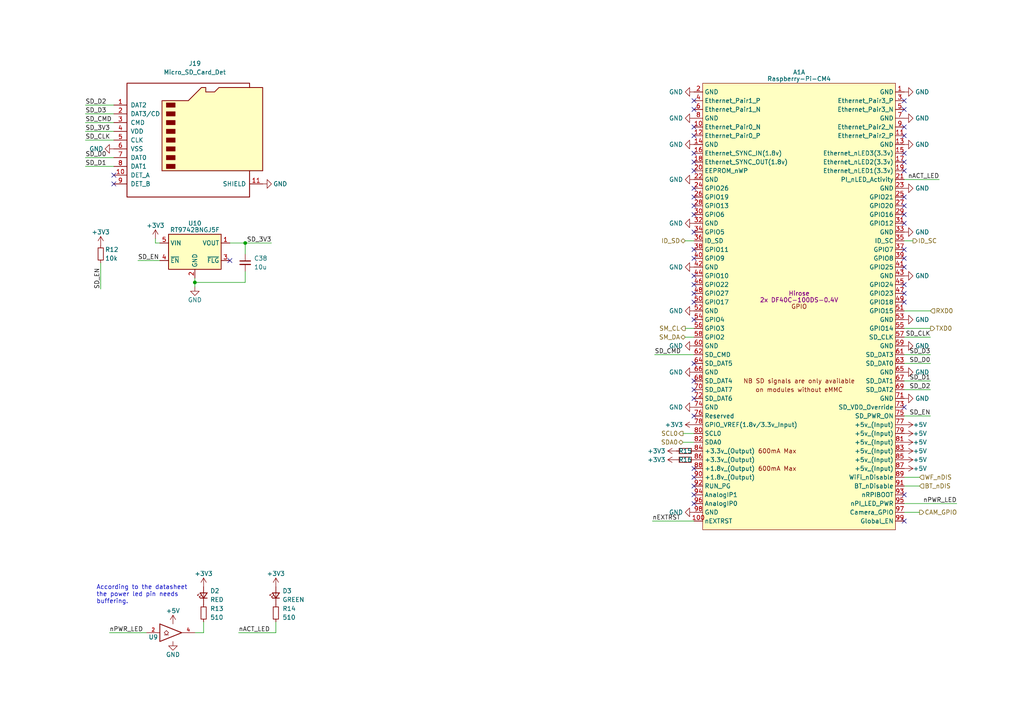
<source format=kicad_sch>
(kicad_sch (version 20211123) (generator eeschema)
  (paper "A4")
  (lib_symbols
    (symbol "74xGxx:74LVC1G07" (pin_names (offset 1.016))
      (property "Reference" "U" (at -2.54 3.81 0))
      (property "Value" "74LVC1G07" (at 0 -3.81 0))
      (symbol "74LVC1G07_0_1"
        (polyline (pts (xy -2.54 -0.635) (xy -1.27 -0.635)))
        (polyline (pts (xy -3.81 2.54) (xy -3.81 -2.54) (xy 2.54 0) (xy -3.81 2.54)) (stroke (width 0.254)))
        (polyline (pts (xy -1.905 0.635) (xy -2.54 0) (xy -1.905 -0.635) (xy -1.27 0) (xy -1.905 0.635)))
      )
      (symbol "74LVC1G07_1_1"
        (pin input line (at -7.62 0 0) (length 3.81) (name "~") (number "2"))
        (pin power_in line (at 0 -2.54 270) (length 0) hide (name "GND") (number "3"))
        (pin open_collector line (at 6.35 0 180) (length 3.81) (name "~") (number "4"))
        (pin power_in line (at 0 2.54 90) (length 0) hide (name "VCC") (number "5"))
      )
    )
    (symbol "Connector:Micro_SD_Card_Det" (pin_names (offset 1.016))
      (property "Reference" "J" (at -16.51 17.78 0))
      (property "Value" "Micro_SD_Card_Det" (at 16.51 17.78 0))
      (symbol "Micro_SD_Card_Det_0_1"
        (rectangle (start -7.62 -6.985) (end -5.08 -8.255) (fill (type outline)))
        (rectangle (start -7.62 -4.445) (end -5.08 -5.715) (fill (type outline)))
        (rectangle (start -7.62 -1.905) (end -5.08 -3.175) (fill (type outline)))
        (rectangle (start -7.62 0.635) (end -5.08 -0.635) (fill (type outline)))
        (rectangle (start -7.62 3.175) (end -5.08 1.905) (fill (type outline)))
        (rectangle (start -7.62 5.715) (end -5.08 4.445) (fill (type outline)))
        (rectangle (start -7.62 8.255) (end -5.08 6.985) (fill (type outline)))
        (rectangle (start -7.62 10.795) (end -5.08 9.525) (fill (type outline)))
        (polyline (pts (xy 16.51 15.24) (xy 16.51 16.51) (xy -19.05 16.51) (xy -19.05 -16.51) (xy 16.51 -16.51) (xy 16.51 -8.89)) (stroke (width 0.254)))
        (polyline (pts (xy -8.89 -8.89) (xy -8.89 11.43) (xy -1.27 11.43) (xy 2.54 15.24) (xy 3.81 15.24) (xy 3.81 13.97) (xy 6.35 13.97) (xy 7.62 15.24) (xy 20.32 15.24) (xy 20.32 -8.89) (xy -8.89 -8.89)) (stroke (width 0.254)) (fill (type background)))
      )
      (symbol "Micro_SD_Card_Det_1_1"
        (pin bidirectional line (at -22.86 10.16 0) (length 3.81) (name "DAT2") (number "1"))
        (pin passive line (at -22.86 -10.16 0) (length 3.81) (name "DET_A") (number "10"))
        (pin passive line (at 20.32 -12.7 180) (length 3.81) (name "SHIELD") (number "11"))
        (pin bidirectional line (at -22.86 7.62 0) (length 3.81) (name "DAT3/CD") (number "2"))
        (pin input line (at -22.86 5.08 0) (length 3.81) (name "CMD") (number "3"))
        (pin power_in line (at -22.86 2.54 0) (length 3.81) (name "VDD") (number "4"))
        (pin input line (at -22.86 0 0) (length 3.81) (name "CLK") (number "5"))
        (pin power_in line (at -22.86 -2.54 0) (length 3.81) (name "VSS") (number "6"))
        (pin bidirectional line (at -22.86 -5.08 0) (length 3.81) (name "DAT0") (number "7"))
        (pin bidirectional line (at -22.86 -7.62 0) (length 3.81) (name "DAT1") (number "8"))
        (pin passive line (at -22.86 -12.7 0) (length 3.81) (name "DET_B") (number "9"))
      )
    )
    (symbol "Device:C_Small" (pin_numbers hide) (pin_names (offset 0.254) hide)
      (property "Reference" "C" (at 0.254 1.778 0))
      (property "Value" "C_Small" (at 0.254 -2.032 0))
      (symbol "C_Small_0_1"
        (polyline (pts (xy -1.524 -0.508) (xy 1.524 -0.508)) (stroke (width 0.3302)))
        (polyline (pts (xy -1.524 0.508) (xy 1.524 0.508)) (stroke (width 0.3048)))
      )
      (symbol "C_Small_1_1"
        (pin passive line (at 0 2.54 270) (length 2.032) (name "~") (number "1"))
        (pin passive line (at 0 -2.54 90) (length 2.032) (name "~") (number "2"))
      )
    )
    (symbol "Device:LED_Small" (pin_numbers hide) (pin_names (offset 0.254) hide)
      (property "Reference" "D" (at -1.27 3.175 0))
      (property "Value" "LED_Small" (at -4.445 -2.54 0))
      (symbol "LED_Small_0_1"
        (polyline (pts (xy -0.762 -1.016) (xy -0.762 1.016)) (stroke (width 0.254)))
        (polyline (pts (xy 1.016 0) (xy -0.762 0)))
        (polyline (pts (xy 0.762 -1.016) (xy -0.762 0) (xy 0.762 1.016) (xy 0.762 -1.016)) (stroke (width 0.254)))
        (polyline (pts (xy 0 0.762) (xy -0.508 1.27) (xy -0.254 1.27) (xy -0.508 1.27) (xy -0.508 1.016)))
        (polyline (pts (xy 0.508 1.27) (xy 0 1.778) (xy 0.254 1.778) (xy 0 1.778) (xy 0 1.524)))
      )
      (symbol "LED_Small_1_1"
        (pin passive line (at -2.54 0 0) (length 1.778) (name "K") (number "1"))
        (pin passive line (at 2.54 0 180) (length 1.778) (name "A") (number "2"))
      )
    )
    (symbol "Device:R_Small" (pin_numbers hide) (pin_names (offset 0.254) hide)
      (property "Reference" "R" (at 0.762 0.508 0))
      (property "Value" "R_Small" (at 0.762 -1.016 0))
      (symbol "R_Small_0_1"
        (rectangle (start -0.762 1.778) (end 0.762 -1.778) (stroke (width 0.2032)))
      )
      (symbol "R_Small_1_1"
        (pin passive line (at 0 2.54 270) (length 0.762) (name "~") (number "1"))
        (pin passive line (at 0 -2.54 90) (length 0.762) (name "~") (number "2"))
      )
    )
    (symbol "Power_Management:RT9742BNGJ5F"
      (property "Reference" "U" (at 0 10.16 0))
      (property "Value" "RT9742BNGJ5F" (at 0 7.62 0))
      (symbol "RT9742BNGJ5F_0_1"
        (rectangle (start -7.62 5.08) (end 7.62 -5.08) (stroke (width 0.254)) (fill (type background)))
      )
      (symbol "RT9742BNGJ5F_1_1"
        (pin power_out line (at 10.16 2.54 180) (length 2.54) (name "VOUT") (number "1"))
        (pin power_in line (at 0 -7.62 90) (length 2.54) (name "GND") (number "2"))
        (pin open_collector line (at 10.16 -2.54 180) (length 2.54) (name "~{FLG}") (number "3"))
        (pin input line (at -10.16 -2.54 0) (length 2.54) (name "~{EN}") (number "4"))
        (pin power_in line (at -10.16 2.54 0) (length 2.54) (name "VIN") (number "5"))
      )
    )
    (symbol "Splash:Raspberry-Pi-CM4"
      (property "Reference" "A" (at 0 67.31 0))
      (property "Value" "Raspberry-Pi-CM4" (at 0 66.04 0))
      (property "Field4" "Hirose" (at 0 -2.54 0))
      (property "Field5" "2x DF40C-100DS-0.4V" (at 0 -5.08 0))
      (symbol "Raspberry-Pi-CM4_1_0"
        (text "GPIO" (at 0 0 0) (effects (font (size 1.27 1.27))))
      )
      (symbol "Raspberry-Pi-CM4_1_1"
        (rectangle (start -27.94 -64.77) (end 27.94 64.77) (fill (type background)))
        (text "600mA Max" (at -6.35 -46.99 0) (effects (font (size 1.27 1.27))))
        (text "600mA Max" (at -6.35 -41.91 0) (effects (font (size 1.27 1.27))))
        (text "NB SD signals are only available" (at 0 -21.59 0) (effects (font (size 1.27 1.27))))
        (text "on modules without eMMC" (at 0 -24.13 0) (effects (font (size 1.27 1.27))))
        (pin power_in line (at 30.48 62.23 180) (length 2.54) (name "GND") (number "1"))
        (pin passive line (at -30.48 52.07 0) (length 2.54) (name "Ethernet_Pair0_N") (number "10"))
        (pin output line (at -30.48 -62.23 0) (length 2.54) (name "nEXTRST") (number "100"))
        (pin passive line (at 30.48 49.53 180) (length 2.54) (name "Ethernet_Pair2_P") (number "11"))
        (pin passive line (at -30.48 49.53 0) (length 2.54) (name "Ethernet_Pair0_P") (number "12"))
        (pin power_in line (at 30.48 46.99 180) (length 2.54) (name "GND") (number "13"))
        (pin power_in line (at -30.48 46.99 0) (length 2.54) (name "GND") (number "14"))
        (pin output line (at 30.48 44.45 180) (length 2.54) (name "Ethernet_nLED3(3.3v)") (number "15"))
        (pin input line (at -30.48 44.45 0) (length 2.54) (name "Ethernet_SYNC_IN(1.8v)") (number "16"))
        (pin output line (at 30.48 41.91 180) (length 2.54) (name "Ethernet_nLED2(3.3v)") (number "17"))
        (pin input line (at -30.48 41.91 0) (length 2.54) (name "Ethernet_SYNC_OUT(1.8v)") (number "18"))
        (pin output line (at 30.48 39.37 180) (length 2.54) (name "Ethernet_nLED1(3.3v)") (number "19"))
        (pin power_in line (at -30.48 62.23 0) (length 2.54) (name "GND") (number "2"))
        (pin passive line (at -30.48 39.37 0) (length 2.54) (name "EEPROM_nWP") (number "20"))
        (pin open_collector line (at 30.48 36.83 180) (length 2.54) (name "PI_nLED_Activity") (number "21"))
        (pin power_in line (at -30.48 36.83 0) (length 2.54) (name "GND") (number "22"))
        (pin power_in line (at 30.48 34.29 180) (length 2.54) (name "GND") (number "23"))
        (pin passive line (at -30.48 34.29 0) (length 2.54) (name "GPIO26") (number "24"))
        (pin passive line (at 30.48 31.75 180) (length 2.54) (name "GPIO21") (number "25"))
        (pin passive line (at -30.48 31.75 0) (length 2.54) (name "GPIO19") (number "26"))
        (pin passive line (at 30.48 29.21 180) (length 2.54) (name "GPIO20") (number "27"))
        (pin passive line (at -30.48 29.21 0) (length 2.54) (name "GPIO13") (number "28"))
        (pin passive line (at 30.48 26.67 180) (length 2.54) (name "GPIO16") (number "29"))
        (pin passive line (at 30.48 59.69 180) (length 2.54) (name "Ethernet_Pair3_P") (number "3"))
        (pin passive line (at -30.48 26.67 0) (length 2.54) (name "GPIO6") (number "30"))
        (pin passive line (at 30.48 24.13 180) (length 2.54) (name "GPIO12") (number "31"))
        (pin power_in line (at -30.48 24.13 0) (length 2.54) (name "GND") (number "32"))
        (pin power_in line (at 30.48 21.59 180) (length 2.54) (name "GND") (number "33"))
        (pin passive line (at -30.48 21.59 0) (length 2.54) (name "GPIO5") (number "34"))
        (pin passive line (at 30.48 19.05 180) (length 2.54) (name "ID_SC") (number "35"))
        (pin passive line (at -30.48 19.05 0) (length 2.54) (name "ID_SD") (number "36"))
        (pin passive line (at 30.48 16.51 180) (length 2.54) (name "GPIO7") (number "37"))
        (pin passive line (at -30.48 16.51 0) (length 2.54) (name "GPIO11") (number "38"))
        (pin passive line (at 30.48 13.97 180) (length 2.54) (name "GPIO8") (number "39"))
        (pin passive line (at -30.48 59.69 0) (length 2.54) (name "Ethernet_Pair1_P") (number "4"))
        (pin passive line (at -30.48 13.97 0) (length 2.54) (name "GPIO9") (number "40"))
        (pin passive line (at 30.48 11.43 180) (length 2.54) (name "GPIO25") (number "41"))
        (pin power_in line (at -30.48 11.43 0) (length 2.54) (name "GND") (number "42"))
        (pin power_in line (at 30.48 8.89 180) (length 2.54) (name "GND") (number "43"))
        (pin passive line (at -30.48 8.89 0) (length 2.54) (name "GPIO10") (number "44"))
        (pin passive line (at 30.48 6.35 180) (length 2.54) (name "GPIO24") (number "45"))
        (pin passive line (at -30.48 6.35 0) (length 2.54) (name "GPIO22") (number "46"))
        (pin passive line (at 30.48 3.81 180) (length 2.54) (name "GPIO23") (number "47"))
        (pin passive line (at -30.48 3.81 0) (length 2.54) (name "GPIO27") (number "48"))
        (pin passive line (at 30.48 1.27 180) (length 2.54) (name "GPIO18") (number "49"))
        (pin passive line (at 30.48 57.15 180) (length 2.54) (name "Ethernet_Pair3_N") (number "5"))
        (pin passive line (at -30.48 1.27 0) (length 2.54) (name "GPIO17") (number "50"))
        (pin passive line (at 30.48 -1.27 180) (length 2.54) (name "GPIO15") (number "51"))
        (pin power_in line (at -30.48 -1.27 0) (length 2.54) (name "GND") (number "52"))
        (pin power_in line (at 30.48 -3.81 180) (length 2.54) (name "GND") (number "53"))
        (pin passive line (at -30.48 -3.81 0) (length 2.54) (name "GPIO4") (number "54"))
        (pin passive line (at 30.48 -6.35 180) (length 2.54) (name "GPIO14") (number "55"))
        (pin passive line (at -30.48 -6.35 0) (length 2.54) (name "GPIO3") (number "56"))
        (pin passive line (at 30.48 -8.89 180) (length 2.54) (name "SD_CLK") (number "57"))
        (pin passive line (at -30.48 -8.89 0) (length 2.54) (name "GPIO2") (number "58"))
        (pin power_in line (at 30.48 -11.43 180) (length 2.54) (name "GND") (number "59"))
        (pin passive line (at -30.48 57.15 0) (length 2.54) (name "Ethernet_Pair1_N") (number "6"))
        (pin power_in line (at -30.48 -11.43 0) (length 2.54) (name "GND") (number "60"))
        (pin passive line (at 30.48 -13.97 180) (length 2.54) (name "SD_DAT3") (number "61"))
        (pin passive line (at -30.48 -13.97 0) (length 2.54) (name "SD_CMD") (number "62"))
        (pin passive line (at 30.48 -16.51 180) (length 2.54) (name "SD_DAT0") (number "63"))
        (pin passive line (at -30.48 -16.51 0) (length 2.54) (name "SD_DAT5") (number "64"))
        (pin power_in line (at 30.48 -19.05 180) (length 2.54) (name "GND") (number "65"))
        (pin power_in line (at -30.48 -19.05 0) (length 2.54) (name "GND") (number "66"))
        (pin passive line (at 30.48 -21.59 180) (length 2.54) (name "SD_DAT1") (number "67"))
        (pin passive line (at -30.48 -21.59 0) (length 2.54) (name "SD_DAT4") (number "68"))
        (pin passive line (at 30.48 -24.13 180) (length 2.54) (name "SD_DAT2") (number "69"))
        (pin power_in line (at 30.48 54.61 180) (length 2.54) (name "GND") (number "7"))
        (pin passive line (at -30.48 -24.13 0) (length 2.54) (name "SD_DAT7") (number "70"))
        (pin power_in line (at 30.48 -26.67 180) (length 2.54) (name "GND") (number "71"))
        (pin passive line (at -30.48 -26.67 0) (length 2.54) (name "SD_DAT6") (number "72"))
        (pin input line (at 30.48 -29.21 180) (length 2.54) (name "SD_VDD_Override") (number "73"))
        (pin power_in line (at -30.48 -29.21 0) (length 2.54) (name "GND") (number "74"))
        (pin output line (at 30.48 -31.75 180) (length 2.54) (name "SD_PWR_ON") (number "75"))
        (pin passive line (at -30.48 -31.75 0) (length 2.54) (name "Reserved") (number "76"))
        (pin power_in line (at 30.48 -34.29 180) (length 2.54) (name "+5v_(Input)") (number "77"))
        (pin power_in line (at -30.48 -34.29 0) (length 2.54) (name "GPIO_VREF(1.8v/3.3v_Input)") (number "78"))
        (pin power_in line (at 30.48 -36.83 180) (length 2.54) (name "+5v_(Input)") (number "79"))
        (pin power_in line (at -30.48 54.61 0) (length 2.54) (name "GND") (number "8"))
        (pin passive line (at -30.48 -36.83 0) (length 2.54) (name "SCL0") (number "80"))
        (pin power_in line (at 30.48 -39.37 180) (length 2.54) (name "+5v_(Input)") (number "81"))
        (pin passive line (at -30.48 -39.37 0) (length 2.54) (name "SDA0") (number "82"))
        (pin power_in line (at 30.48 -41.91 180) (length 2.54) (name "+5v_(Input)") (number "83"))
        (pin power_out line (at -30.48 -41.91 0) (length 2.54) (name "+3.3v_(Output)") (number "84"))
        (pin power_in line (at 30.48 -44.45 180) (length 2.54) (name "+5v_(Input)") (number "85"))
        (pin power_out line (at -30.48 -44.45 0) (length 2.54) (name "+3.3v_(Output)") (number "86"))
        (pin power_in line (at 30.48 -46.99 180) (length 2.54) (name "+5v_(Input)") (number "87"))
        (pin power_out line (at -30.48 -46.99 0) (length 2.54) (name "+1.8v_(Output)") (number "88"))
        (pin input line (at 30.48 -49.53 180) (length 2.54) (name "WiFi_nDisable") (number "89"))
        (pin passive line (at 30.48 52.07 180) (length 2.54) (name "Ethernet_Pair2_N") (number "9"))
        (pin power_out line (at -30.48 -49.53 0) (length 2.54) (name "+1.8v_(Output)") (number "90"))
        (pin input line (at 30.48 -52.07 180) (length 2.54) (name "BT_nDisable") (number "91"))
        (pin passive line (at -30.48 -52.07 0) (length 2.54) (name "RUN_PG") (number "92"))
        (pin input line (at 30.48 -54.61 180) (length 2.54) (name "nRPIBOOT") (number "93"))
        (pin passive line (at -30.48 -54.61 0) (length 2.54) (name "AnalogIP1") (number "94"))
        (pin output line (at 30.48 -57.15 180) (length 2.54) (name "nPI_LED_PWR") (number "95"))
        (pin passive line (at -30.48 -57.15 0) (length 2.54) (name "AnalogIP0") (number "96"))
        (pin passive line (at 30.48 -59.69 180) (length 2.54) (name "Camera_GPIO") (number "97"))
        (pin power_in line (at -30.48 -59.69 0) (length 2.54) (name "GND") (number "98"))
        (pin input line (at 30.48 -62.23 180) (length 2.54) (name "Global_EN") (number "99"))
      )
      (symbol "Raspberry-Pi-CM4_2_1"
        (rectangle (start -25.4 -64.77) (end 25.4 64.77) (fill (type background)))
        (text "High Speed Serial" (at 0 0 0) (effects (font (size 1.27 1.27))))
        (pin input line (at 30.48 62.23 180) (length 5.08) (name "USB_OTG_ID") (number "101"))
        (pin input line (at -30.48 62.23 0) (length 5.08) (name "PCIe_CLK_nREQ") (number "102"))
        (pin passive line (at 30.48 59.69 180) (length 5.08) (name "USB2_N") (number "103"))
        (pin passive line (at -30.48 59.69 0) (length 5.08) (name "Reserved") (number "104"))
        (pin passive line (at 30.48 57.15 180) (length 5.08) (name "USB2_P") (number "105"))
        (pin passive line (at -30.48 57.15 0) (length 5.08) (name "Reserved") (number "106"))
        (pin power_in line (at 30.48 54.61 180) (length 5.08) (name "GND") (number "107"))
        (pin power_in line (at -30.48 54.61 0) (length 5.08) (name "GND") (number "108"))
        (pin bidirectional line (at 30.48 52.07 180) (length 5.08) (name "PCIe_nRST") (number "109"))
        (pin output line (at -30.48 52.07 0) (length 5.08) (name "PCIe_CLK_P") (number "110"))
        (pin passive line (at 30.48 49.53 180) (length 5.08) (name "VDAC_COMP") (number "111"))
        (pin output line (at -30.48 49.53 0) (length 5.08) (name "PCIe_CLK_N") (number "112"))
        (pin power_in line (at 30.48 46.99 180) (length 5.08) (name "GND") (number "113"))
        (pin power_in line (at -30.48 46.99 0) (length 5.08) (name "GND") (number "114"))
        (pin input line (at 30.48 44.45 180) (length 5.08) (name "CAM1_D0_N") (number "115"))
        (pin input line (at -30.48 44.45 0) (length 5.08) (name "PCIe_RX_P") (number "116"))
        (pin input line (at 30.48 41.91 180) (length 5.08) (name "CAM1_D0_P") (number "117"))
        (pin input line (at -30.48 41.91 0) (length 5.08) (name "PCIe_RX_N") (number "118"))
        (pin power_in line (at 30.48 39.37 180) (length 5.08) (name "GND") (number "119"))
        (pin power_in line (at -30.48 39.37 0) (length 5.08) (name "GND") (number "120"))
        (pin input line (at 30.48 36.83 180) (length 5.08) (name "CAM1_D1_N") (number "121"))
        (pin output line (at -30.48 36.83 0) (length 5.08) (name "PCIe_TX_P") (number "122"))
        (pin input line (at 30.48 34.29 180) (length 5.08) (name "CAM1_D1_P") (number "123"))
        (pin output line (at -30.48 34.29 0) (length 5.08) (name "PCIe_TX_N") (number "124"))
        (pin power_in line (at 30.48 31.75 180) (length 5.08) (name "GND") (number "125"))
        (pin power_in line (at -30.48 31.75 0) (length 5.08) (name "GND") (number "126"))
        (pin input line (at 30.48 29.21 180) (length 5.08) (name "CAM1_C_N") (number "127"))
        (pin input line (at -30.48 29.21 0) (length 5.08) (name "CAM0_D0_N") (number "128"))
        (pin input line (at 30.48 26.67 180) (length 5.08) (name "CAM1_C_P") (number "129"))
        (pin input line (at -30.48 26.67 0) (length 5.08) (name "CAM0_D0_P") (number "130"))
        (pin power_in line (at 30.48 24.13 180) (length 5.08) (name "GND") (number "131"))
        (pin power_in line (at -30.48 24.13 0) (length 5.08) (name "GND") (number "132"))
        (pin input line (at 30.48 21.59 180) (length 5.08) (name "CAM1_D2_N") (number "133"))
        (pin input line (at -30.48 21.59 0) (length 5.08) (name "CAM0_D1_N") (number "134"))
        (pin input line (at 30.48 19.05 180) (length 5.08) (name "CAM1_D2_P") (number "135"))
        (pin input line (at -30.48 19.05 0) (length 5.08) (name "CAM0_D1_P") (number "136"))
        (pin power_in line (at 30.48 16.51 180) (length 5.08) (name "GND") (number "137"))
        (pin power_in line (at -30.48 16.51 0) (length 5.08) (name "GND") (number "138"))
        (pin input line (at 30.48 13.97 180) (length 5.08) (name "CAM1_D3_N") (number "139"))
        (pin input line (at -30.48 13.97 0) (length 5.08) (name "CAM0_C_N") (number "140"))
        (pin input line (at 30.48 11.43 180) (length 5.08) (name "CAM1_D3_P") (number "141"))
        (pin input line (at -30.48 11.43 0) (length 5.08) (name "CAM0_C_P") (number "142"))
        (pin input line (at 30.48 8.89 180) (length 5.08) (name "HDMI1_HOTPLUG") (number "143"))
        (pin power_in line (at -30.48 8.89 0) (length 5.08) (name "GND") (number "144"))
        (pin bidirectional line (at 30.48 6.35 180) (length 5.08) (name "HDMI1_SDA") (number "145"))
        (pin output line (at -30.48 6.35 0) (length 5.08) (name "HDMI1_TX2_P") (number "146"))
        (pin open_collector line (at 30.48 3.81 180) (length 5.08) (name "HDMI1_SCL") (number "147"))
        (pin output line (at -30.48 3.81 0) (length 5.08) (name "HDMI1_TX2_N") (number "148"))
        (pin open_collector line (at 30.48 1.27 180) (length 5.08) (name "HDMI1_CEC") (number "149"))
        (pin power_in line (at -30.48 1.27 0) (length 5.08) (name "GND") (number "150"))
        (pin open_collector line (at 30.48 -1.27 180) (length 5.08) (name "HDMI0_CEC") (number "151"))
        (pin output line (at -30.48 -1.27 0) (length 5.08) (name "HDMI1_TX1_P") (number "152"))
        (pin input line (at 30.48 -3.81 180) (length 5.08) (name "HDMI0_HOTPLUG") (number "153"))
        (pin output line (at -30.48 -3.81 0) (length 5.08) (name "HDMI1_TX1_N") (number "154"))
        (pin power_in line (at 30.48 -6.35 180) (length 5.08) (name "GND") (number "155"))
        (pin power_in line (at -30.48 -6.35 0) (length 5.08) (name "GND") (number "156"))
        (pin output line (at 30.48 -8.89 180) (length 5.08) (name "DSI0_D0_N") (number "157"))
        (pin output line (at -30.48 -8.89 0) (length 5.08) (name "HDMI1_TX0_P") (number "158"))
        (pin output line (at 30.48 -11.43 180) (length 5.08) (name "DSI0_D0_P") (number "159"))
        (pin output line (at -30.48 -11.43 0) (length 5.08) (name "HDMI1_TX0_N") (number "160"))
        (pin power_in line (at 30.48 -13.97 180) (length 5.08) (name "GND") (number "161"))
        (pin power_in line (at -30.48 -13.97 0) (length 5.08) (name "GND") (number "162"))
        (pin output line (at 30.48 -16.51 180) (length 5.08) (name "DSI0_D1_N") (number "163"))
        (pin output line (at -30.48 -16.51 0) (length 5.08) (name "HDMI1_CLK_P") (number "164"))
        (pin output line (at 30.48 -19.05 180) (length 5.08) (name "DSI0_D1_P") (number "165"))
        (pin output line (at -30.48 -19.05 0) (length 5.08) (name "HDMI1_CLK_N") (number "166"))
        (pin power_in line (at 30.48 -21.59 180) (length 5.08) (name "GND") (number "167"))
        (pin power_in line (at -30.48 -21.59 0) (length 5.08) (name "GND") (number "168"))
        (pin output line (at 30.48 -24.13 180) (length 5.08) (name "DSI0_C_N") (number "169"))
        (pin output line (at -30.48 -24.13 0) (length 5.08) (name "HDMI0_TX2_P") (number "170"))
        (pin output line (at 30.48 -26.67 180) (length 5.08) (name "DSI0_C_P") (number "171"))
        (pin output line (at -30.48 -26.67 0) (length 5.08) (name "HDMI0_TX2_N") (number "172"))
        (pin power_in line (at 30.48 -29.21 180) (length 5.08) (name "GND") (number "173"))
        (pin power_in line (at -30.48 -29.21 0) (length 5.08) (name "GND") (number "174"))
        (pin output line (at 30.48 -31.75 180) (length 5.08) (name "DSI1_D0_N") (number "175"))
        (pin output line (at -30.48 -31.75 0) (length 5.08) (name "HDMI0_TX1_P") (number "176"))
        (pin output line (at 30.48 -34.29 180) (length 5.08) (name "DSI1_D0_P") (number "177"))
        (pin output line (at -30.48 -34.29 0) (length 5.08) (name "HDMI0_TX1_N") (number "178"))
        (pin power_in line (at 30.48 -36.83 180) (length 5.08) (name "GND") (number "179"))
        (pin power_in line (at -30.48 -36.83 0) (length 5.08) (name "GND") (number "180"))
        (pin output line (at 30.48 -39.37 180) (length 5.08) (name "DSI1_D1_N") (number "181"))
        (pin output line (at -30.48 -39.37 0) (length 5.08) (name "HDMI0_TX0_P") (number "182"))
        (pin output line (at 30.48 -41.91 180) (length 5.08) (name "DSI1_D1_P") (number "183"))
        (pin output line (at -30.48 -41.91 0) (length 5.08) (name "HDMI0_TX0_N") (number "184"))
        (pin power_in line (at 30.48 -44.45 180) (length 5.08) (name "GND") (number "185"))
        (pin power_in line (at -30.48 -44.45 0) (length 5.08) (name "GND") (number "186"))
        (pin output line (at 30.48 -46.99 180) (length 5.08) (name "DSI1_C_N") (number "187"))
        (pin output line (at -30.48 -46.99 0) (length 5.08) (name "HDMI0_CLK_P") (number "188"))
        (pin output line (at 30.48 -49.53 180) (length 5.08) (name "DSI1_C_P") (number "189"))
        (pin output line (at -30.48 -49.53 0) (length 5.08) (name "HDMI0_CLK_N") (number "190"))
        (pin power_in line (at 30.48 -52.07 180) (length 5.08) (name "GND") (number "191"))
        (pin power_in line (at -30.48 -52.07 0) (length 5.08) (name "GND") (number "192"))
        (pin output line (at 30.48 -54.61 180) (length 5.08) (name "DSI1_D2_N") (number "193"))
        (pin output line (at -30.48 -54.61 0) (length 5.08) (name "DSI1_D3_N") (number "194"))
        (pin output line (at 30.48 -57.15 180) (length 5.08) (name "DSI1_D2_P") (number "195"))
        (pin output line (at -30.48 -57.15 0) (length 5.08) (name "DSI1_D3_P") (number "196"))
        (pin power_in line (at 30.48 -59.69 180) (length 5.08) (name "GND") (number "197"))
        (pin power_in line (at -30.48 -59.69 0) (length 5.08) (name "GND") (number "198"))
        (pin bidirectional line (at 30.48 -62.23 180) (length 5.08) (name "HDMI0_SDA") (number "199"))
        (pin open_collector line (at -30.48 -62.23 0) (length 5.08) (name "HDMI0_SCL") (number "200"))
      )
    )
    (symbol "power:+3.3V" (power) (pin_names (offset 0))
      (property "Value" "+3.3V" (at 0 3.556 0))
      (symbol "+3.3V_0_1"
        (polyline (pts (xy -0.762 1.27) (xy 0 2.54)))
        (polyline (pts (xy 0 0) (xy 0 2.54)))
        (polyline (pts (xy 0 2.54) (xy 0.762 1.27)))
      )
      (symbol "+3.3V_1_1"
        (pin power_in line (at 0 0 90) (length 0) hide (name "+3V3") (number "1"))
      )
    )
    (symbol "power:+5V" (power) (pin_names (offset 0))
      (property "Value" "+5V" (at 0 3.556 0))
      (symbol "+5V_0_1"
        (polyline (pts (xy -0.762 1.27) (xy 0 2.54)))
        (polyline (pts (xy 0 0) (xy 0 2.54)))
        (polyline (pts (xy 0 2.54) (xy 0.762 1.27)))
      )
      (symbol "+5V_1_1"
        (pin power_in line (at 0 0 90) (length 0) hide (name "+5V") (number "1"))
      )
    )
    (symbol "power:GND" (power) (pin_names (offset 0))
      (property "Value" "GND" (at 0 -3.81 0))
      (symbol "GND_0_1"
        (polyline (pts (xy 0 0) (xy 0 -1.27) (xy 1.27 -1.27) (xy 0 -2.54) (xy -1.27 -1.27) (xy 0 -1.27)))
      )
      (symbol "GND_1_1"
        (pin power_in line (at 0 0 270) (length 0) hide (name "GND") (number "1"))
      )
    )
  )
  (junction (at 71.12 70.485))
  (junction (at 56.515 81.915))
  (no_connect (at 201.295 143.51))
  (no_connect (at 201.295 146.05))
  (no_connect (at 201.295 140.97))
  (no_connect (at 262.255 74.93))
  (no_connect (at 201.295 46.99))
  (no_connect (at 262.255 77.47))
  (no_connect (at 262.255 87.63))
  (no_connect (at 66.675 75.565))
  (no_connect (at 262.255 151.13))
  (no_connect (at 262.255 29.21))
  (no_connect (at 262.255 57.15))
  (no_connect (at 262.255 31.75))
  (no_connect (at 201.295 120.65))
  (no_connect (at 262.255 118.11))
  (no_connect (at 262.255 59.69))
  (no_connect (at 201.295 110.49))
  (no_connect (at 201.295 115.57))
  (no_connect (at 201.295 105.41))
  (no_connect (at 201.295 44.45))
  (no_connect (at 201.295 113.03))
  (no_connect (at 262.255 64.77))
  (no_connect (at 33.02 50.8))
  (no_connect (at 33.02 53.34))
  (no_connect (at 262.255 82.55))
  (no_connect (at 201.295 29.21))
  (no_connect (at 201.295 31.75))
  (no_connect (at 201.295 36.83))
  (no_connect (at 262.255 143.51))
  (no_connect (at 262.255 36.83))
  (no_connect (at 262.255 72.39))
  (no_connect (at 201.295 54.61))
  (no_connect (at 201.295 57.15))
  (no_connect (at 201.295 59.69))
  (no_connect (at 201.295 62.23))
  (no_connect (at 201.295 80.01))
  (no_connect (at 201.295 82.55))
  (no_connect (at 201.295 85.09))
  (no_connect (at 201.295 87.63))
  (no_connect (at 201.295 92.71))
  (no_connect (at 201.295 67.31))
  (no_connect (at 201.295 72.39))
  (no_connect (at 201.295 74.93))
  (no_connect (at 201.295 135.89))
  (no_connect (at 201.295 138.43))
  (no_connect (at 201.295 39.37))
  (no_connect (at 262.255 85.09))
  (no_connect (at 262.255 62.23))
  (no_connect (at 201.295 49.53))
  (no_connect (at 262.255 44.45))
  (no_connect (at 262.255 39.37))
  (no_connect (at 262.255 46.99))
  (no_connect (at 262.255 49.53))
  (wire (pts (xy 262.255 90.17) (xy 269.875 90.17)))
  (wire (pts (xy 56.515 80.645) (xy 56.515 81.915)))
  (wire (pts (xy 24.765 38.1) (xy 33.02 38.1)))
  (wire (pts (xy 198.755 69.85) (xy 201.295 69.85)))
  (wire (pts (xy 262.255 102.87) (xy 269.875 102.87)))
  (wire (pts (xy 262.255 110.49) (xy 269.875 110.49)))
  (wire (pts (xy 198.755 97.79) (xy 201.295 97.79)))
  (wire (pts (xy 56.515 183.515) (xy 59.055 183.515)))
  (wire (pts (xy 40.005 75.565) (xy 46.355 75.565)))
  (wire (pts (xy 262.255 146.05) (xy 277.495 146.05)))
  (wire (pts (xy 262.255 52.07) (xy 272.415 52.07)))
  (wire (pts (xy 45.085 70.485) (xy 46.355 70.485)))
  (wire (pts (xy 31.75 183.515) (xy 42.545 183.515)))
  (wire (pts (xy 59.055 183.515) (xy 59.055 180.34)))
  (wire (pts (xy 24.765 40.64) (xy 33.02 40.64)))
  (wire (pts (xy 45.085 69.215) (xy 45.085 70.485)))
  (wire (pts (xy 24.765 35.56) (xy 33.02 35.56)))
  (wire (pts (xy 189.23 151.13) (xy 201.295 151.13)))
  (wire (pts (xy 24.765 30.48) (xy 33.02 30.48)))
  (wire (pts (xy 262.255 97.79) (xy 269.875 97.79)))
  (wire (pts (xy 262.255 113.03) (xy 269.875 113.03)))
  (wire (pts (xy 262.255 105.41) (xy 269.875 105.41)))
  (wire (pts (xy 24.765 33.02) (xy 33.02 33.02)))
  (wire (pts (xy 24.765 45.72) (xy 33.02 45.72)))
  (wire (pts (xy 262.255 120.65) (xy 269.875 120.65)))
  (wire (pts (xy 262.255 140.97) (xy 266.7 140.97)))
  (wire (pts (xy 29.21 76.2) (xy 29.21 83.82)))
  (wire (pts (xy 56.515 81.915) (xy 71.12 81.915)))
  (wire (pts (xy 24.765 48.26) (xy 33.02 48.26)))
  (wire (pts (xy 69.215 183.515) (xy 80.01 183.515)))
  (wire (pts (xy 264.795 69.85) (xy 262.255 69.85)))
  (wire (pts (xy 262.255 148.59) (xy 266.7 148.59)))
  (wire (pts (xy 198.755 95.25) (xy 201.295 95.25)))
  (wire (pts (xy 198.12 128.27) (xy 201.295 128.27)))
  (wire (pts (xy 262.255 138.43) (xy 266.7 138.43)))
  (wire (pts (xy 262.255 95.25) (xy 269.875 95.25)))
  (wire (pts (xy 56.515 81.915) (xy 56.515 83.185)))
  (wire (pts (xy 80.01 183.515) (xy 80.01 180.34)))
  (wire (pts (xy 71.12 70.485) (xy 71.12 73.66)))
  (wire (pts (xy 71.12 78.74) (xy 71.12 81.915)))
  (wire (pts (xy 198.12 125.73) (xy 201.295 125.73)))
  (wire (pts (xy 71.12 70.485) (xy 78.74 70.485)))
  (wire (pts (xy 189.865 102.87) (xy 201.295 102.87)))
  (wire (pts (xy 66.675 70.485) (xy 71.12 70.485)))
  (text "According to the datasheet\nthe power led pin needs\nbuffering." (at 27.94 175.26 0) (effects (font (size 1.27 1.27)) (justify left bottom)))
  (label "nACT_LED" (at 69.215 183.515 0))
  (label "SD_EN" (at 40.005 75.565 0))
  (label "SD_D0" (at 24.765 45.72 0))
  (label "SD_EN" (at 29.21 83.82 90))
  (label "SD_EN" (at 269.875 120.65 180))
  (label "nEXTRST" (at 189.23 151.13 0))
  (label "nPWR_LED" (at 31.75 183.515 0))
  (label "SD_D1" (at 24.765 48.26 0))
  (label "nACT_LED" (at 272.415 52.07 180))
  (label "SD_D3" (at 24.765 33.02 0))
  (label "SD_3V3" (at 78.74 70.485 180))
  (label "SD_CMD" (at 189.865 102.87 0))
  (label "SD_D0" (at 269.875 105.41 180))
  (label "SD_D2" (at 24.765 30.48 0))
  (label "SD_D3" (at 269.875 102.87 180))
  (label "SD_3V3" (at 24.765 38.1 0))
  (label "SD_D1" (at 269.875 110.49 180))
  (label "SD_CMD" (at 24.765 35.56 0))
  (label "nPWR_LED" (at 277.495 146.05 180))
  (label "SD_CLK" (at 269.875 97.79 180))
  (label "SD_CLK" (at 24.765 40.64 0))
  (label "SD_D2" (at 269.875 113.03 180))
  (hierarchical_label "TXD0" (shape output) (at 269.875 95.25 0))
  (hierarchical_label "SM_CL" (shape output) (at 198.755 95.25 180))
  (hierarchical_label "BT_nDIS" (shape input) (at 266.7 140.97 0))
  (hierarchical_label "CAM_GPIO" (shape output) (at 266.7 148.59 0))
  (hierarchical_label "WF_nDIS" (shape input) (at 266.7 138.43 0))
  (hierarchical_label "ID_SD" (shape bidirectional) (at 198.755 69.85 180))
  (hierarchical_label "ID_SC" (shape output) (at 264.795 69.85 0))
  (hierarchical_label "SCL0" (shape output) (at 198.12 125.73 180))
  (hierarchical_label "SM_DA" (shape bidirectional) (at 198.755 97.79 180))
  (hierarchical_label "RXD0" (shape input) (at 269.875 90.17 0))
  (hierarchical_label "SDA0" (shape bidirectional) (at 198.12 128.27 180))
  (symbol (lib_id "power:GND") (at 50.165 186.055 0) (unit 1)
    (property "Reference" "#PWR0177" (effects hide))
    (property "Value" "GND" (at 50.165 189.865 0))
  )
  (symbol (lib_id "power:GND") (at 201.295 148.59 270) (unit 1)
    (property "Reference" "#PWR051" (effects hide))
    (property "Value" "GND" (at 198.12 148.5899 90) (effects (justify right)))
  )
  (symbol (lib_id "power:+3.3V") (at 29.21 71.12 0) (unit 1)
    (property "Reference" "#PWR0173" (effects hide))
    (property "Value" "+3.3V" (at 29.21 67.31 0))
  )
  (symbol (lib_id "power:+3.3V") (at 196.215 133.35 90) (unit 1)
    (property "Reference" "#PWR0170" (effects hide))
    (property "Value" "+3.3V" (at 193.04 133.35 90) (effects (justify left)))
  )
  (symbol (lib_id "power:GND") (at 262.255 67.31 90) (unit 1)
    (property "Reference" "#PWR0163" (effects hide))
    (property "Value" "GND" (at 265.43 67.31 90) (effects (justify right)))
  )
  (symbol (lib_id "Splash:Raspberry-Pi-CM4") (at 231.775 88.9 0) (unit 1)
    (property "Reference" "A1" (at 231.775 20.955 0))
    (property "Value" "Raspberry-Pi-CM4" (at 231.775 22.86 0))
    (property "Footprint" "Splash:Raspberry-Pi-CM4" (effects hide))
    (property "Field4" "Hirose" (at 231.775 85.09 0))
    (property "Field5" "2x DF40C-100DS-0.4V" (at 231.775 86.995 0))
  )
  (symbol (lib_id "power:GND") (at 262.255 107.95 90) (unit 1)
    (property "Reference" "#PWR0188" (effects hide))
    (property "Value" "GND" (at 265.43 107.95 90) (effects (justify right)))
  )
  (symbol (lib_id "power:GND") (at 201.295 90.17 270) (unit 1)
    (property "Reference" "#PWR0167" (effects hide))
    (property "Value" "GND" (at 198.12 90.1699 90) (effects (justify right)))
  )
  (symbol (lib_id "Device:R_Small") (at 29.21 73.66 0) (unit 1)
    (property "Reference" "R12" (at 30.48 72.39 0) (effects (justify left)))
    (property "Value" "10k" (at 30.48 74.93 0) (effects (justify left)))
    (property "Footprint" "Resistor_SMD:R_0603_1608Metric_Pad0.98x0.95mm_HandSolder" (effects hide))
  )
  (symbol (lib_id "power:GND") (at 201.295 52.07 270) (unit 1)
    (property "Reference" "#PWR0154" (effects hide))
    (property "Value" "GND" (at 198.12 52.0699 90) (effects (justify right)))
  )
  (symbol (lib_id "power:GND") (at 262.255 41.91 90) (unit 1)
    (property "Reference" "#PWR0158" (effects hide))
    (property "Value" "GND" (at 265.43 41.91 90) (effects (justify right)))
  )
  (symbol (lib_id "power:GND") (at 201.295 64.77 270) (unit 1)
    (property "Reference" "#PWR0166" (effects hide))
    (property "Value" "GND" (at 198.12 64.7699 90) (effects (justify right)))
  )
  (symbol (lib_id "power:GND") (at 262.255 115.57 90) (unit 1)
    (property "Reference" "#PWR0183" (effects hide))
    (property "Value" "GND" (at 265.43 115.57 90) (effects (justify right)))
  )
  (symbol (lib_id "74xGxx:74LVC1G07") (at 50.165 183.515 0) (unit 1)
    (property "Reference" "U9" (at 44.45 184.785 0))
    (property "Value" "74LVC1G07" (effects hide))
    (property "Footprint" "Package_TO_SOT_SMD:SOT-23-5_HandSoldering" (effects hide))
    (property "Datasheet" "http://www.ti.com/lit/sg/scyt129e/scyt129e.pdf" (effects hide))
  )
  (symbol (lib_id "power:GND") (at 201.295 26.67 270) (unit 1)
    (property "Reference" "#PWR0155" (effects hide))
    (property "Value" "GND" (at 198.12 26.67 90) (effects (justify right)))
  )
  (symbol (lib_id "power:+5V") (at 262.255 125.73 270) (unit 1)
    (property "Reference" "#PWR0182" (effects hide))
    (property "Value" "+5V" (at 264.795 125.73 90) (effects (justify left)))
  )
  (symbol (lib_id "Device:R_Small") (at 59.055 177.8 0) (unit 1)
    (property "Reference" "R13" (at 60.96 176.5299 0) (effects (justify left)))
    (property "Value" "510" (at 60.96 179.0699 0) (effects (justify left)))
    (property "Footprint" "Resistor_SMD:R_0603_1608Metric_Pad0.98x0.95mm_HandSolder" (effects hide))
  )
  (symbol (lib_id "Device:R_Small") (at 198.755 130.81 90) (unit 1)
    (property "Reference" "R15" (at 198.755 130.81 90))
    (property "Value" "DNP" (effects hide))
    (property "Footprint" "Resistor_SMD:R_0603_1608Metric_Pad0.98x0.95mm_HandSolder" (effects hide))
  )
  (symbol (lib_id "power:+3.3V") (at 59.055 170.18 0) (unit 1)
    (property "Reference" "#PWR0176" (effects hide))
    (property "Value" "+3.3V" (at 59.055 166.37 0))
  )
  (symbol (lib_id "power:+3.3V") (at 80.01 170.18 0) (unit 1)
    (property "Reference" "#PWR0168" (effects hide))
    (property "Value" "+3.3V" (at 80.01 166.37 0))
  )
  (symbol (lib_id "power:GND") (at 201.295 100.33 270) (unit 1)
    (property "Reference" "#PWR0179" (effects hide))
    (property "Value" "GND" (at 198.12 100.3299 90) (effects (justify right)))
  )
  (symbol (lib_id "power:+5V") (at 262.255 135.89 270) (unit 1)
    (property "Reference" "#PWR0186" (effects hide))
    (property "Value" "+5V" (at 264.795 135.89 90) (effects (justify left)))
  )
  (symbol (lib_id "power:+5V") (at 262.255 128.27 270) (unit 1)
    (property "Reference" "#PWR0184" (effects hide))
    (property "Value" "+5V" (at 264.795 128.27 90) (effects (justify left)))
  )
  (symbol (lib_id "Device:C_Small") (at 71.12 76.2 0) (unit 1)
    (property "Reference" "C38" (at 73.66 74.93 0) (effects (justify left)))
    (property "Value" "10u" (at 73.66 77.47 0) (effects (justify left)))
    (property "Footprint" "Capacitor_SMD:C_0603_1608Metric_Pad1.08x0.95mm_HandSolder" (effects hide))
  )
  (symbol (lib_id "power:GND") (at 262.255 34.29 90) (unit 1)
    (property "Reference" "#PWR0159" (effects hide))
    (property "Value" "GND" (at 265.43 34.29 90) (effects (justify right)))
  )
  (symbol (lib_id "power:+3.3V") (at 45.085 69.215 0) (unit 1)
    (property "Reference" "#PWR0175" (effects hide))
    (property "Value" "+3.3V" (at 45.085 65.405 0))
  )
  (symbol (lib_id "power:+5V") (at 50.165 180.975 0) (unit 1)
    (property "Reference" "#PWR0178" (effects hide))
    (property "Value" "+5V" (at 50.165 177.165 0))
  )
  (symbol (lib_id "power:GND") (at 262.255 26.67 90) (unit 1)
    (property "Reference" "#PWR0160" (effects hide))
    (property "Value" "GND" (at 265.43 26.67 90) (effects (justify right)))
  )
  (symbol (lib_id "Power_Management:RT9742BNGJ5F") (at 56.515 73.025 0) (unit 1)
    (property "Reference" "U10" (at 56.515 64.77 0))
    (property "Value" "RT9742BNGJ5F" (at 56.515 66.675 0))
    (property "Footprint" "Package_TO_SOT_SMD:TSOT-23-5" (effects hide))
    (property "Datasheet" "https://www.richtek.com/assets/product_file/RT9742/DS9742-10.pdf" (effects hide))
  )
  (symbol (lib_id "power:+5V") (at 262.255 133.35 270) (unit 1)
    (property "Reference" "#PWR0185" (effects hide))
    (property "Value" "+5V" (at 264.795 133.35 90) (effects (justify left)))
  )
  (symbol (lib_id "power:GND") (at 201.295 41.91 270) (unit 1)
    (property "Reference" "#PWR0156" (effects hide))
    (property "Value" "GND" (at 198.12 41.9099 90) (effects (justify right)))
  )
  (symbol (lib_id "power:GND") (at 201.295 77.47 270) (unit 1)
    (property "Reference" "#PWR0165" (effects hide))
    (property "Value" "GND" (at 198.12 77.4699 90) (effects (justify right)))
  )
  (symbol (lib_id "power:GND") (at 262.255 92.71 90) (unit 1)
    (property "Reference" "#PWR0162" (effects hide))
    (property "Value" "GND" (at 265.43 92.71 90) (effects (justify right)))
  )
  (symbol (lib_id "power:+3.3V") (at 196.215 130.81 90) (unit 1)
    (property "Reference" "#PWR0171" (effects hide))
    (property "Value" "+3.3V" (at 193.04 130.81 90) (effects (justify left)))
  )
  (symbol (lib_id "Connector:Micro_SD_Card_Det") (at 55.88 40.64 0) (unit 1)
    (property "Reference" "J19" (at 56.515 18.415 0))
    (property "Value" "Micro_SD_Card_Det" (at 56.515 20.955 0))
    (property "Footprint" "Connector_Card:microSD_HC_Molex_104031-0811" (effects hide))
    (property "Datasheet" "https://www.hirose.com/product/en/download_file/key_name/DM3/category/Catalog/doc_file_id/49662/?file_category_id=4&item_id=195&is_series=1" (effects hide))
  )
  (symbol (lib_id "Device:LED_Small") (at 80.01 172.72 90) (unit 1)
    (property "Reference" "D3" (at 81.915 171.3864 90) (effects (justify right)))
    (property "Value" "GREEN" (at 81.915 173.9264 90) (effects (justify right)))
    (property "Footprint" "LED_SMD:LED_0603_1608Metric_Pad1.05x0.95mm_HandSolder" (effects hide))
  )
  (symbol (lib_id "power:GND") (at 33.02 43.18 270) (unit 1)
    (property "Reference" "#PWR0172" (effects hide))
    (property "Value" "GND" (at 27.94 43.18 90))
  )
  (symbol (lib_id "power:GND") (at 201.295 34.29 270) (unit 1)
    (property "Reference" "#PWR0157" (effects hide))
    (property "Value" "GND" (at 198.12 34.2899 90) (effects (justify right)))
  )
  (symbol (lib_id "Device:LED_Small") (at 59.055 172.72 90) (unit 1)
    (property "Reference" "D2" (at 60.96 171.3864 90) (effects (justify right)))
    (property "Value" "RED" (at 60.96 173.9264 90) (effects (justify right)))
    (property "Footprint" "LED_SMD:LED_0603_1608Metric_Pad1.05x0.95mm_HandSolder" (effects hide))
  )
  (symbol (lib_id "Device:R_Small") (at 198.755 133.35 90) (unit 1)
    (property "Reference" "R16" (at 198.755 133.35 90))
    (property "Value" "DNP" (effects hide))
    (property "Footprint" "Resistor_SMD:R_0603_1608Metric_Pad0.98x0.95mm_HandSolder" (effects hide))
  )
  (symbol (lib_id "power:GND") (at 262.255 80.01 90) (unit 1)
    (property "Reference" "#PWR0161" (effects hide))
    (property "Value" "GND" (at 265.43 80.01 90) (effects (justify right)))
  )
  (symbol (lib_id "power:GND") (at 76.2 53.34 90) (unit 1)
    (property "Reference" "#PWR0263" (effects hide))
    (property "Value" "GND" (at 81.28 53.34 90))
  )
  (symbol (lib_id "power:GND") (at 262.255 100.33 90) (unit 1)
    (property "Reference" "#PWR0189" (effects hide))
    (property "Value" "GND" (at 265.43 100.33 90) (effects (justify right)))
  )
  (symbol (lib_id "power:+5V") (at 262.255 130.81 270) (unit 1)
    (property "Reference" "#PWR0187" (effects hide))
    (property "Value" "+5V" (at 264.795 130.81 90) (effects (justify left)))
  )
  (symbol (lib_id "power:GND") (at 201.295 107.95 270) (unit 1)
    (property "Reference" "#PWR0180" (effects hide))
    (property "Value" "GND" (at 198.12 107.9499 90) (effects (justify right)))
  )
  (symbol (lib_id "Device:R_Small") (at 80.01 177.8 0) (unit 1)
    (property "Reference" "R14" (at 81.915 176.5299 0) (effects (justify left)))
    (property "Value" "510" (at 81.915 179.0699 0) (effects (justify left)))
    (property "Footprint" "Resistor_SMD:R_0603_1608Metric_Pad0.98x0.95mm_HandSolder" (effects hide))
  )
  (symbol (lib_id "power:GND") (at 56.515 83.185 0) (unit 1)
    (property "Reference" "#PWR0174" (effects hide))
    (property "Value" "GND" (at 56.515 86.995 0))
  )
  (symbol (lib_id "power:+5V") (at 262.255 123.19 270) (unit 1)
    (property "Reference" "#PWR0181" (effects hide))
    (property "Value" "+5V" (at 264.795 123.19 90) (effects (justify left)))
  )
  (symbol (lib_id "power:GND") (at 262.255 54.61 90) (unit 1)
    (property "Reference" "#PWR0164" (effects hide))
    (property "Value" "GND" (at 265.43 54.61 90) (effects (justify right)))
  )
  (symbol (lib_id "power:+3.3V") (at 201.295 123.19 90) (unit 1)
    (property "Reference" "#PWR0169" (effects hide))
    (property "Value" "+3.3V" (at 198.12 123.19 90) (effects (justify left)))
  )
  (symbol (lib_id "power:GND") (at 201.295 118.11 270) (unit 1)
    (property "Reference" "#PWR0192" (effects hide))
    (property "Value" "GND" (at 198.12 118.1099 90) (effects (justify right)))
  )
)
</source>
